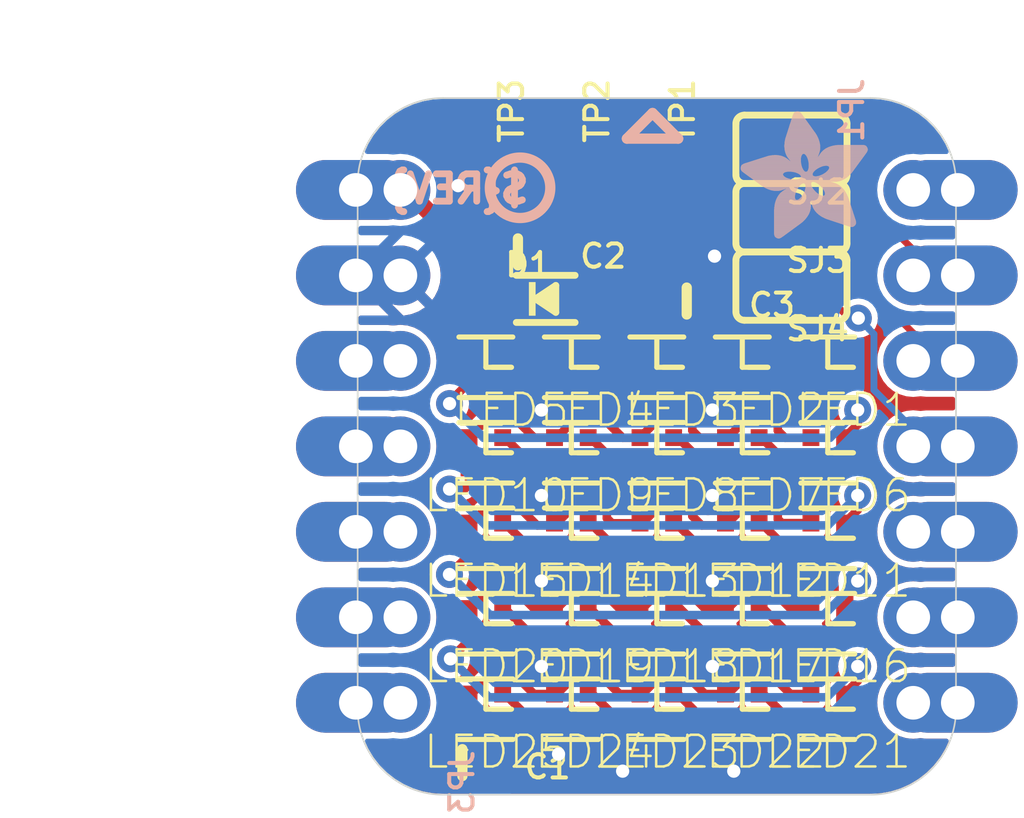
<source format=kicad_pcb>
(kicad_pcb (version 20221018) (generator pcbnew)
  (layers (0 "F.Cu" signal) (1 "In1.Cu" signal) (2 "In2.Cu" signal) (3 "In3.Cu" signal) (4 "In4.Cu" signal) (5 "In5.Cu" signal) (6 "In6.Cu" signal) (7 "In7.Cu" signal) (8 "In8.Cu" signal) (9 "In9.Cu" signal) (10 "In10.Cu" signal) (11 "In11.Cu" signal) (12 "In12.Cu" signal) (13 "In13.Cu" signal) (14 "In14.Cu" signal) (31 "B.Cu" signal) (34 "B.Paste" user) (35 "F.Paste" user) (36 "B.SilkS" user "B.Silkscreen") (37 "F.SilkS" user "F.Silkscreen") (38 "B.Mask" user) (39 "F.Mask" user) (44 "Edge.Cuts" user))
  (net 0 "")
  (net 1 "GND")
  (net 2 "3.3V")
  (net 3 "A0")
  (net 4 "A1")
  (net 5 "TX_A6")
  (net 6 "RX_A7")
  (net 7 "MOSI")
  (net 8 "MISO")
  (net 9 "SCK")
  (net 10 "A2")
  (net 11 "A3")
  (net 12 "SDA")
  (net 13 "SCL")
  (net 14 "+5V")
  (net 15 "N$1")
  (net 16 "N$2")
  (net 17 "N$3")
  (net 18 "N$4")
  (net 19 "N$5")
  (net 20 "N$6")
  (net 21 "N$7")
  (net 22 "N$8")
  (net 23 "N$9")
  (net 24 "N$10")
  (net 25 "N$11")
  (net 26 "N$12")
  (net 27 "N$13")
  (net 28 "N$14")
  (net 29 "N$15")
  (net 30 "N$16")
  (net 31 "N$17")
  (net 32 "N$18")
  (net 33 "N$19")
  (net 34 "N$20")
  (net 35 "N$21")
  (net 36 "N$22")
  (net 37 "N$23")
  (net 38 "N$24")
  (net 39 "N$26")
  (net 40 "N$25")
  (footprint "working:SK6805_1515" (layer "F.Cu") (at 148.5011 102.6541 180)
    (fp_text reference "LED3")
    (fp_text value "WS2812B_SK6805_1515")
  )
  (footprint "working:TESTPOINT_PLUS_1X3MM" (layer "F.Cu") (at 146.5961 96.9391 90)
    (fp_text reference "TP2")
    (fp_text value "")
  )
  (footprint "working:SK6805_1515" (layer "F.Cu") (at 148.5011 107.7341 180)
    (fp_text reference "LED13")
    (fp_text value "WS2812B_SK6805_1515")
  )
  (footprint "working:SK6805_1515" (layer "F.Cu") (at 153.5811 102.6541 180)
    (fp_text reference "LED1")
    (fp_text value "WS2812B_SK6805_1515")
  )
  (footprint "working:0603-NO" (layer "F.Cu") (at 149.3901 100.6856)
    (fp_text reference "C3")
    (fp_text value "10uF")
  )
  (footprint "working:SK6805_1515" (layer "F.Cu") (at 151.0411 110.2741 180)
    (fp_text reference "LED17")
    (fp_text value "WS2812B_SK6805_1515")
  )
  (footprint "working:SK6805_1515" (layer "F.Cu") (at 143.4211 110.2741 180)
    (fp_text reference "LED20")
    (fp_text value "WS2812B_SK6805_1515")
  )
  (footprint "working:PLABEL3" (layer "F.Cu") (at 149.1996 114.4651)
    (fp_text reference "PLABEL3" hide)
    (fp_text value "" hide)
  )
  (footprint "working:TESTPOINT_RECT_1X3MM" (layer "F.Cu") (at 149.1361 96.9391 90)
    (fp_text reference "TP1")
    (fp_text value "")
  )
  (footprint "working:FIDUCIAL_1MM" (layer "F.Cu") (at 142.0241 95.6691)
    (fp_text reference "U$8" hide)
    (fp_text value "FIDUCIAL_1MM" hide)
  )
  (footprint "working:PLABEL5" (layer "F.Cu") (at 154.7241 98.0821 90)
    (fp_text reference "PLABEL5" hide)
    (fp_text value "" hide)
  )
  (footprint "working:FIDUCIAL_1MM" (layer "F.Cu") (at 155.3083 114.3381)
    (fp_text reference "U$6" hide)
    (fp_text value "FIDUCIAL_1MM" hide)
  )
  (footprint "working:SK6805_1515" (layer "F.Cu") (at 143.4211 105.1941 180)
    (fp_text reference "LED10")
    (fp_text value "WS2812B_SK6805_1515")
  )
  (footprint "working:SK6805_1515" (layer "F.Cu") (at 148.5011 105.1941 180)
    (fp_text reference "LED8")
    (fp_text value "WS2812B_SK6805_1515")
  )
  (footprint "working:SK6805_1515" (layer "F.Cu") (at 143.4211 107.7341 180)
    (fp_text reference "LED15")
    (fp_text value "WS2812B_SK6805_1515")
  )
  (footprint "working:SK6805_1515" (layer "F.Cu") (at 151.0411 112.8141 180)
    (fp_text reference "LED22")
    (fp_text value "WS2812B_SK6805_1515")
  )
  (footprint "working:SK6805_1515" (layer "F.Cu") (at 153.5811 105.1941 180)
    (fp_text reference "LED6")
    (fp_text value "WS2812B_SK6805_1515")
  )
  (footprint "working:SOD-123" (layer "F.Cu") (at 145.1991 100.6221)
    (fp_text reference "D1")
    (fp_text value "MBR120")
  )
  (footprint "working:SK6805_1515" (layer "F.Cu") (at 143.4211 112.8141 180)
    (fp_text reference "LED25")
    (fp_text value "WS2812B_SK6805_1515")
  )
  (footprint "working:PLABEL4" (layer "F.Cu") (at 154.8511 95.8596 90)
    (fp_text reference "PLABEL4" hide)
    (fp_text value "" hide)
  )
  (footprint "working:SK6805_1515" (layer "F.Cu") (at 148.5011 110.2741 180)
    (fp_text reference "LED18")
    (fp_text value "WS2812B_SK6805_1515")
  )
  (footprint "working:SK6805_1515" (layer "F.Cu") (at 143.4211 102.6541 180)
    (fp_text reference "LED5")
    (fp_text value "WS2812B_SK6805_1515")
  )
  (footprint "working:SK6805_1515" (layer "F.Cu") (at 145.9611 105.1941 180)
    (fp_text reference "LED9")
    (fp_text value "WS2812B_SK6805_1515")
  )
  (footprint "working:SK6805_1515" (layer "F.Cu") (at 153.5811 110.2741 180)
    (fp_text reference "LED16")
    (fp_text value "WS2812B_SK6805_1515")
  )
  (footprint "working:SK6805_1515" (layer "F.Cu") (at 151.0411 102.6541 180)
    (fp_text reference "LED2")
    (fp_text value "WS2812B_SK6805_1515")
  )
  (footprint "working:SK6805_1515" (layer "F.Cu") (at 151.0411 105.1941 180)
    (fp_text reference "LED7")
    (fp_text value "WS2812B_SK6805_1515")
  )
  (footprint "working:SOLDERJUMPER_ARROW_NOPASTE" (layer "F.Cu") (at 152.5016 98.2091 180)
    (fp_text reference "SJ3")
    (fp_text value "")
  )
  (footprint "working:SK6805_1515" (layer "F.Cu") (at 145.9611 110.2741 180)
    (fp_text reference "LED19")
    (fp_text value "WS2812B_SK6805_1515")
  )
  (footprint "working:PLABEL0" (layer "F.Cu") (at 155.1686 100.8761 90)
    (fp_text reference "PLABEL0" hide)
    (fp_text value "" hide)
  )
  (footprint "working:SK6805_1515" (layer "F.Cu") (at 145.9611 112.8141 180)
    (fp_text reference "LED24")
    (fp_text value "WS2812B_SK6805_1515")
  )
  (footprint "working:SK6805_1515" (layer "F.Cu") (at 145.9611 102.6541 180)
    (fp_text reference "LED4")
    (fp_text value "WS2812B_SK6805_1515")
  )
  (footprint "working:SOLDERJUMPER_ARROW_NOPASTE" (layer "F.Cu") (at 152.5016 96.1771 180)
    (fp_text reference "SJ2")
    (fp_text value "")
  )
  (footprint "working:SOLDERJUMPER_CLOSEDWIRE" (layer "F.Cu") (at 152.5016 100.2411 180)
    (fp_text reference "SJ4")
    (fp_text value "")
  )
  (footprint "working:SK6805_1515" (layer "F.Cu") (at 153.5811 107.7341 180)
    (fp_text reference "LED11")
    (fp_text value "WS2812B_SK6805_1515")
  )
  (footprint "working:0603-NO" (layer "F.Cu") (at 142.7226 114.4016)
    (fp_text reference "C1")
    (fp_text value "10uF")
  )
  (footprint "working:SK6805_1515" (layer "F.Cu") (at 145.9611 107.7341 180)
    (fp_text reference "LED14")
    (fp_text value "WS2812B_SK6805_1515")
  )
  (footprint "working:SK6805_1515" (layer "F.Cu") (at 153.5811 112.8141 180)
    (fp_text reference "LED21")
    (fp_text value "WS2812B_SK6805_1515")
  )
  (footprint "working:SK6805_1515" (layer "F.Cu") (at 151.0411 107.7341 180)
    (fp_text reference "LED12")
    (fp_text value "WS2812B_SK6805_1515")
  )
  (footprint "working:0603-NO" (layer "F.Cu") (at 144.3736 99.2251)
    (fp_text reference "C2")
    (fp_text value "10uF")
  )
  (footprint "working:PLABEL2" (layer "F.Cu") (at 149.0091 99.1616 90)
    (fp_text reference "PLABEL2" hide)
    (fp_text value "" hide)
  )
  (footprint "working:TESTPOINT_MINUS_1X3MM" (layer "F.Cu") (at 144.0561 96.9391 90)
    (fp_text reference "TP3")
    (fp_text value "")
  )
  (footprint "working:SK6805_1515" (layer "F.Cu") (at 148.5011 112.8141 180)
    (fp_text reference "LED23")
    (fp_text value "WS2812B_SK6805_1515")
  )
  (footprint "working:ADAFRUIT_3.5MM" (layer "B.Cu") (at 154.7876 98.8441 180)
    (fp_text reference "E$3" hide)
    (fp_text value "" hide)
  )
  (footprint "working:1X07_CASTEL" (layer "B.Cu") (at 140.8811 105.0036 90)
    (fp_text reference "JP3")
    (fp_text value "")
  )
  (footprint "working:PCBFEAT-REV-040" (layer "B.Cu") (at 144.4371 97.3201 180)
    (fp_text reference "E$1" hide)
    (fp_text value "" hide)
  )
  (footprint "working:PLABEL8" (layer "B.Cu") (at 148.4376 105.0036 180)
    (fp_text reference "PLABEL8" hide)
    (fp_text value "" hide)
  )
  (footprint "working:PLABEL7" (layer "B.Cu") (at 148.4376 97.5741 180)
    (fp_text reference "PLABEL7" hide)
    (fp_text value "" hide)
  )
  (footprint "working:1X07_CASTEL" (layer "B.Cu") (at 156.1211 105.0036 -90)
    (fp_text reference "JP1")
    (fp_text value "")
  )
  (gr_line (start 147.6121 95.8596) (end 148.3741 95.0976) (stroke (width 0.3048)) (layer "B.SilkS"))
  (gr_line (start 148.3741 95.0976) (end 149.1361 95.8596) (stroke (width 0.3048)) (layer "B.SilkS"))
  (gr_line (start 149.1361 95.8596) (end 147.6121 95.8596) (stroke (width 0.3048)) (layer "B.SilkS"))
  (gr_line (start 139.6111 112.8141) (end 139.6111 97.1931) (stroke (width 0.05)) (layer "Edge.Cuts"))
  (gr_line (start 142.1511 94.6531) (end 154.8511 94.6531) (stroke (width 0.05)) (layer "Edge.Cuts"))
  (gr_arc (start 157.3911 112.8141) (mid 156.647151 114.610151) (end 154.8511 115.3541) (stroke (width 0.05)) (layer "Edge.Cuts"))
  (gr_line (start 157.3911 97.1931) (end 157.3911 112.8141) (stroke (width 0.05)) (layer "Edge.Cuts"))
  (gr_line (start 154.8511 115.3541) (end 142.1511 115.3541) (stroke (width 0.05)) (layer "Edge.Cuts"))
  (gr_arc (start 139.6111 97.1931) (mid 140.355049 95.397049) (end 142.1511 94.6531) (stroke (width 0.05)) (layer "Edge.Cuts"))
  (gr_arc (start 154.8511 94.6531) (mid 156.647151 95.397049) (end 157.3911 97.1931) (stroke (width 0.05)) (layer "Edge.Cuts"))
  (gr_arc (start 142.1511 115.3541) (mid 140.355049 114.610151) (end 139.6111 112.8141) (stroke (width 0.05)) (layer "Edge.Cuts"))
  (segment (start 153.4541 103.7971) (end 153.2001 103.7971) (width 0.254) (layer "F.Cu") (net 1))
  (segment (start 153.5151 106.2101) (end 152.9461 106.2101) (width 0.254) (layer "F.Cu") (net 1))
  (segment (start 153.4882 111.317) (end 152.134 111.317) (width 0.254) (layer "F.Cu") (net 1))
  (segment (start 150.2401 100.6856) (end 150.2401 99.3766) (width 0.254) (layer "F.Cu") (net 1))
  (segment (start 154.0811 110.7241) (end 153.4882 111.317) (width 0.254) (layer "F.Cu") (net 1))
  (segment (start 143.5726 114.4016) (end 143.9211 114.0531) (width 0.254) (layer "F.Cu") (net 1))
  (segment (start 154.0811 110.7901) (end 153.4541 111.4171) (width 0.254) (layer "F.Cu") (net 1))
  (segment (start 144.264 96.297) (end 144.1061 96.1391) (width 0.508) (layer "F.Cu") (net 1))
  (segment (start 154.0811 108.1841) (end 153.5151 108.7501) (width 0.254) (layer "F.Cu") (net 1))
  (segment (start 139.557125 99.9236) (end 140.8811 99.9236) (width 0.254) (layer "F.Cu") (net 1))
  (segment (start 154.0811 103.1041) (end 153.5811 103.6041) (width 0.254) (layer "F.Cu") (net 1))
  (segment (start 143.4846 96.2526) (end 143.4846 97.1296) (width 0.254) (layer "F.Cu") (net 1))
  (segment (start 144.1061 96.1391) (end 143.5981 96.1391) (width 0.254) (layer "F.Cu") (net 1))
  (segment (start 143.5981 96.1391) (end 143.4846 96.2526) (width 0.254) (layer "F.Cu") (net 1))
  (segment (start 153.5811 103.6701) (end 153.4541 103.7971) (width 0.254) (layer "F.Cu") (net 1))
  (segment (start 142.5956 97.2566) (end 143.3576 97.2566) (width 0.254) (layer "F.Cu") (net 1))
  (segment (start 144.5006 96.520507) (end 144.277093 96.297) (width 0.508) (layer "F.Cu") (net 1))
  (segment (start 153.5151 108.7501) (end 153.2001 108.7501) (width 0.254) (layer "F.Cu") (net 1))
  (segment (start 154.0811 110.7241) (end 154.0811 110.7901) (width 0.254) (layer "F.Cu") (net 1))
  (segment (start 144.277093 96.297) (end 144.264 96.297) (width 0.508) (layer "F.Cu") (net 1))
  (segment (start 144.5006 97.8916) (end 144.5006 96.520507) (width 0.508) (layer "F.Cu") (net 1))
  (segment (start 153.5811 103.6041) (end 153.5811 103.6701) (width 0.254) (layer "F.Cu") (net 1))
  (segment (start 143.4846 97.1296) (end 143.3576 97.2566) (width 0.254) (layer "F.Cu") (net 1))
  (segment (start 145.2236 98.6146) (end 144.5006 97.8916) (width 0.508) (layer "F.Cu") (net 1))
  (segment (start 145.2236 99.2251) (end 145.2236 98.6146) (width 0.508) (layer "F.Cu") (net 1))
  (segment (start 154.0811 105.6441) (end 153.5151 106.2101) (width 0.254) (layer "F.Cu") (net 1))
  (segment (start 152.134 111.317) (end 151.5411 110.7241) (width 0.254) (layer "F.Cu") (net 1))
  (segment (start 143.9211 114.0531) (end 143.9211 113.2641) (width 0.254) (layer "F.Cu") (net 1))
  (segment (start 150.2401 99.3766) (end 150.2156 99.3521) (width 0.254) (layer "F.Cu") (net 1))
  (via (at 145.0721 111.5441) (size 0.8001) (drill 0.3937) (layers "F.Cu" "B.Cu") (net 1))
  (via (at 145.5801 114.1476) (size 0.8001) (drill 0.3937) (layers "F.Cu" "B.Cu") (net 1))
  (via (at 147.4851 114.6556) (size 0.8001) (drill 0.3937) (layers "F.Cu" "B.Cu") (net 1))
  (via (at 150.1521 106.4641) (size 0.8001) (drill 0.3937) (layers "F.Cu" "B.Cu") (net 1))
  (via (at 150.1521 103.9241) (size 0.8001) (drill 0.3937) (layers "F.Cu" "B.Cu") (net 1))
  (via (at 145.0721 106.4641) (size 0.8001) (drill 0.3937) (layers "F.Cu" "B.Cu") (net 1))
  (via (at 150.1521 111.5441) (size 0.8001) (drill 0.3937) (layers "F.Cu" "B.Cu") (net 1))
  (via (at 142.5956 97.2566) (size 0.8001) (drill 0.3937) (layers "F.Cu" "B.Cu") (net 1))
  (via (at 145.0721 103.9241) (size 0.8001) (drill 0.3937) (layers "F.Cu" "B.Cu") (net 1))
  (via (at 150.2156 99.3521) (size 0.8001) (drill 0.3937) (layers "F.Cu" "B.Cu") (net 1))
  (via (at 145.0721 109.0041) (size 0.8001) (drill 0.3937) (layers "F.Cu" "B.Cu") (net 1))
  (via (at 150.7871 114.6556) (size 0.8001) (drill 0.3937) (layers "F.Cu" "B.Cu") (net 1))
  (via (at 150.1521 109.0041) (size 0.8001) (drill 0.3937) (layers "F.Cu" "B.Cu") (net 1))
  (segment (start 145.5166 99.3521) (end 145.4531 99.2886) (width 0.254) (layer "B.Cu") (net 1))
  (segment (start 150.2156 99.3521) (end 145.5166 99.3521) (width 0.254) (layer "B.Cu") (net 1))
  (segment (start 139.557125 102.4636) (end 140.8811 102.4636) (width 0.254) (layer "F.Cu") (net 2))
  (segment (start 157.445075 97.3836) (end 156.1211 97.3836) (width 0.254) (layer "F.Cu") (net 3))
  (segment (start 153.5176 96.1771) (end 153.8351 96.1771) (width 0.2032) (layer "F.Cu") (net 4))
  (segment (start 157.445075 99.9236) (end 156.1211 99.9236) (width 0.254) (layer "F.Cu") (net 4))
  (segment (start 156.1211 99.1616) (end 156.1211 99.9236) (width 0.2032) (layer "F.Cu") (net 4))
  (segment (start 153.8351 96.1771) (end 154.9146 97.2566) (width 0.2032) (layer "F.Cu") (net 4))
  (segment (start 154.9146 97.2566) (end 154.9146 97.9551) (width 0.2032) (layer "F.Cu") (net 4))
  (segment (start 156.1211 99.1616) (end 154.9146 97.9551) (width 0.2032) (layer "F.Cu") (net 4))
  (segment (start 157.445075 112.6236) (end 156.1211 112.6236) (width 0.254) (layer "F.Cu") (net 5))
  (segment (start 139.557125 112.6236) (end 140.8811 112.6236) (width 0.254) (layer "F.Cu") (net 6))
  (segment (start 139.557125 105.0036) (end 140.8811 105.0036) (width 0.254) (layer "F.Cu") (net 7))
  (segment (start 139.557125 107.5436) (end 140.8811 107.5436) (width 0.254) (layer "F.Cu") (net 8))
  (segment (start 139.557125 110.0836) (end 140.8811 110.0836) (width 0.254) (layer "F.Cu") (net 9))
  (segment (start 154.4066 98.2091) (end 154.9146 98.7171) (width 0.2032) (layer "F.Cu") (net 10))
  (segment (start 154.9146 100.4316) (end 156.1211 101.6381) (width 0.2032) (layer "F.Cu") (net 10))
  (segment (start 157.445075 102.4636) (end 156.1211 102.4636) (width 0.254) (layer "F.Cu") (net 10))
  (segment (start 156.1211 101.6381) (end 156.1211 102.4636) (width 0.2032) (layer "F.Cu") (net 10))
  (segment (start 154.9146 98.7171) (end 154.9146 100.4316) (width 0.2032) (layer "F.Cu") (net 10))
  (segment (start 153.5176 98.2091) (end 154.4066 98.2091) (width 0.2032) (layer "F.Cu") (net 10))
  (segment (start 153.2636 100.2411) (end 154.2161 101.1936) (width 0.2032) (layer "F.Cu") (net 11))
  (segment (start 157.445075 105.0036) (end 156.1211 105.0036) (width 0.254) (layer "F.Cu") (net 11))
  (segment (start 154.48915 101.1936) (end 154.2161 101.1936) (width 0.2032) (layer "F.Cu") (net 11))
  (via (at 154.48915 101.1936) (size 0.8001) (drill 0.3937) (layers "F.Cu" "B.Cu") (net 11))
  (segment (start 154.9527 103.3272) (end 156.1211 104.4956) (width 0.2032) (layer "B.Cu") (net 11))
  (segment (start 154.48915 101.1936) (end 154.795987 101.500438) (width 0.2032) (layer "B.Cu") (net 11))
  (segment (start 154.795987 101.500438) (end 154.795987 101.5111) (width 0.2032) (layer "B.Cu") (net 11))
  (segment (start 154.9527 101.667813) (end 154.9527 103.3272) (width 0.2032) (layer "B.Cu") (net 11))
  (segment (start 154.795987 101.5111) (end 154.9527 101.667813) (width 0.2032) (layer "B.Cu") (net 11))
  (segment (start 156.1211 104.4956) (end 156.1211 105.0036) (width 0.2032) (layer "B.Cu") (net 11))
  (segment (start 157.445075 107.5436) (end 156.1211 107.5436) (width 0.254) (layer "F.Cu") (net 12))
  (segment (start 157.445075 110.0836) (end 156.1211 110.0836) (width 0.254) (layer "F.Cu") (net 13))
  (segment (start 142.0749 108.038094) (end 141.502996 108.609997) (width 0.254) (layer "F.Cu") (net 14))
  (segment (start 148.0011 112.3641) (end 148.07005 112.3641) (width 0.254) (layer "F.Cu") (net 14))
  (segment (start 146.83735 106.7293) (end 147.0159 106.90785) (width 0.254) (layer "F.Cu") (net 14))
  (segment (start 148.0011 109.8241) (end 148.07005 109.8241) (width 0.254) (layer "F.Cu") (net 14))
  (segment (start 142.0749 105.498094) (end 142.0749 104.8131) (width 0.254) (layer "F.Cu") (net 14))
  (segment (start 142.0749 109.589107) (end 142.0749 109.8296) (width 0.254) (layer "F.Cu") (net 14))
  (segment (start 142.8521 104.8131) (end 142.0749 104.8131) (width 0.254) (layer "F.Cu") (net 14))
  (segment (start 151.16485 106.7293) (end 151.91735 106.7293) (width 0.254) (layer "F.Cu") (net 14))
  (segment (start 150.5411 109.8241) (end 150.61005 109.8241) (width 0.254) (layer "F.Cu") (net 14))
  (segment (start 152.0959 104.36785) (end 152.0959 104.5344) (width 0.254) (layer "F.Cu") (net 14))
  (segment (start 147.39215 112.3641) (end 148.0011 112.3641) (width 0.254) (layer "F.Cu") (net 14))
  (segment (start 144.29735 104.1893) (end 144.85215 104.7441) (width 0.254) (layer "F.Cu") (net 14))
  (segment (start 142.0749 107.318407) (end 142.0749 108.038094) (width 0.254) (layer "F.Cu") (net 14))
  (segment (start 144.29735 111.8093) (end 144.85215 112.3641) (width 0.254) (layer "F.Cu") (net 14))
  (segment (start 141.8726 113.7276) (end 142.3663 113.2339) (width 0.254) (layer "F.Cu") (net 14))
  (segment (start 151.91735 106.7293) (end 152.0959 106.90785) (width 0.254) (layer "F.Cu") (net 14))
  (segment (start 148.0011 101.6461) (end 147.9931 101.6381) (width 0.254) (layer "F.Cu") (net 14))
  (segment (start 146.08485 106.7293) (end 146.83735 106.7293) (width 0.254) (layer "F.Cu") (net 14))
  (segment (start 144.29735 109.2693) (end 144.85215 109.8241) (width 0.254) (layer "F.Cu") (net 14))
  (segment (start 143.3491 99.3996) (end 143.3491 100.6221) (width 0.508) (layer "F.Cu") (net 14))
  (segment (start 144.85215 109.8241) (end 145.4611 109.8241) (width 0.254) (layer "F.Cu") (net 14))
  (segment (start 145.53005 112.3641) (end 146.08485 111.8093) (width 0.254) (layer "F.Cu") (net 14))
  (segment (start 146.08485 109.2693) (end 146.83735 109.2693) (width 0.254) (layer "F.Cu") (net 14))
  (segment (start 141.502996 106.477204) (end 141.502996 106.069997) (width 0.254) (layer "F.Cu") (net 14))
  (segment (start 150.61005 107.2841) (end 151.16485 106.7293) (width 0.254) (layer "F.Cu") (net 14))
  (segment (start 143.54485 106.7293) (end 144.3213 106.7293) (width 0.254) (layer "F.Cu") (net 14))
  (segment (start 148.4376 101.6381) (end 148.5401 101.5356) (width 0.254) (layer "F.Cu") (net 14))
  (segment (start 152.47215 112.3641) (end 153.0811 112.3641) (width 0.254) (layer "F.Cu") (net 14))
  (segment (start 142.9211 109.8241) (end 142.0804 109.8241) (width 0.254) (layer "F.Cu") (net 14))
  (segment (start 145.4611 112.3641) (end 145.53005 112.3641) (width 0.254) (layer "F.Cu") (net 14))
  (segment (start 145.4611 104.7441) (end 145.53005 104.7441) (width 0.254) (layer "F.Cu") (net 14))
  (segment (start 150.5411 112.3641) (end 150.61005 112.3641) (width 0.254) (layer "F.Cu") (net 14))
  (segment (start 142.109206 107.2841) (end 142.0749 107.318407) (width 0.254) (layer "F.Cu") (net 14))
  (segment (start 144.85215 104.7441) (end 145.4611 104.7441) (width 0.254) (layer "F.Cu") (net 14))
  (segment (start 142.9211 107.2841) (end 142.109206 107.2841) (width 0.254) (layer "F.Cu") (net 14))
  (segment (start 150.61005 112.3641) (end 151.16485 111.8093) (width 0.254) (layer "F.Cu") (net 14))
  (segment (start 143.54485 111.8093) (end 144.29735 111.8093) (width 0.254) (layer "F.Cu") (net 14))
  (segment (start 151.91735 111.8093) (end 152.47215 112.3641) (width 0.254) (layer "F.Cu") (net 14))
  (segment (start 153.0756 104.7496) (end 153.0811 104.7441) (width 0.254) (layer "F.Cu") (net 14))
  (segment (start 152.0959 106.90785) (end 152.0959 107.164738) (width 0.254) (layer "F.Cu") (net 14))
  (segment (start 149.5559 104.5344) (end 149.7656 104.7441) (width 0.254) (layer "F.Cu") (net 14))
  (segment (start 150.61005 109.8241) (end 151.16485 109.2693) (width 0.254) (layer "F.Cu") (net 14))
  (segment (start 145.5801 101.6381) (end 147.9931 101.6381) (width 0.254) (layer "F.Cu") (net 14))
  (segment (start 149.5559 104.36785) (end 149.5559 104.5344) (width 0.254) (layer "F.Cu") (net 14))
  (segment (start 141.471246 111.499247) (end 142.3361 112.3641) (width 0.254) (layer "F.Cu") (net 14))
  (segment (start 150.5411 102.2041) (end 150.5411 101.6461) (width 0.254) (layer "F.Cu") (net 14))
  (segment (start 145.4611 102.2041) (end 145.4611 101.7571) (width 0.254) (layer "F.Cu") (net 14))
  (segment (start 147.0159 106.90785) (end 147.0159 107.1379) (width 0.254) (layer "F.Cu") (net 14))
  (segment (start 142.9211 102.2041) (end 142.9211 101.6381) (width 0.254) (layer "F.Cu") (net 14))
  (segment (start 142.0749 110.578094) (end 141.471246 111.181747) (width 0.254) (layer "F.Cu") (net 14))
  (segment (start 141.0716 97.3836) (end 140.8811 97.3836) (width 0.508) (layer "F.Cu") (net 14))
  (segment (start 150.61005 104.7441) (end 151.16485 104.1893) (width 0.254) (layer "F.Cu") (net 14))
  (segment (start 142.9211 109.8241) (end 142.99005 109.8241) (width 0.254) (layer "F.Cu") (net 14))
  (segment (start 141.8726 114.4016) (end 141.8726 113.7276) (width 0.254) (layer "F.Cu") (net 14))
  (segment (start 143.4759 104.1893) (end 144.29735 104.1893) (width 0.254) (layer "F.Cu") (net 14))
  (segment (start 151.91735 104.1893) (end 152.0959 104.36785) (width 0.254) (layer "F.Cu") (net 14))
  (segment (start 147.4851 104.7496) (end 147.9956 104.7496) (width 0.254) (layer "F.Cu") (net 14))
  (segment (start 142.9211 112.3641) (end 142.99005 112.3641) (width 0.254) (layer "F.Cu") (net 14))
  (segment (start 139.557125 97.3836) (end 141.0716 97.3836) (width 0.254) (layer "F.Cu") (net 14))
  (segment (start 149.5559 106.90785) (end 149.5559 107.0744) (width 0.254) (layer "F.Cu") (net 14))
  (segment (start 145.53005 109.8241) (end 146.08485 109.2693) (width 0.254) (layer "F.Cu") (net 14))
  (segment (start 152.3111 104.7496) (end 153.0756 104.7496) (width 0.254) (layer "F.Cu") (net 14))
  (segment (start 150.5411 104.7441) (end 150.61005 104.7441) (width 0.254) (layer "F.Cu") (net 14))
  (segment (start 148.62485 111.8093) (end 149.37735 111.8093) (width 0.254) (layer "F.Cu") (net 14))
  (segment (start 152.0959 107.164738) (end 152.215262 107.2841) (width 0.254) (layer "F.Cu") (net 14))
  (segment (start 145.4611 107.2841) (end 145.53005 107.2841) (width 0.254) (layer "F.Cu") (net 14))
  (segment (start 149.93215 112.3641) (end 150.5411 112.3641) (width 0.254) (layer "F.Cu") (net 14))
  (segment (start 142.99005 109.8241) (end 143.54485 109.2693) (width 0.254) (layer "F.Cu") (net 14))
  (segment (start 147.9931 101.6381) (end 148.4376 101.6381) (width 0.254) (layer "F.Cu") (net 14))
  (segment (start 142.9211 101.6381) (end 142.9211 100.6221) (width 0.254) (layer "F.Cu") (net 14))
  (segment (start 144.3213 106.7293) (end 144.9451 107.3531) (width 0.254) (layer "F.Cu") (net 14))
  (segment (start 148.0011 107.2841) (end 148.07005 107.2841) (width 0.254) (layer "F.Cu") (net 14))
  (segment (start 146.08485 111.8093) (end 146.83735 111.8093) (width 0.254) (layer "F.Cu") (net 14))
  (segment (start 151.16485 109.2693) (end 151.91735 109.2693) (width 0.254) (layer "F.Cu") (net 14))
  (segment (start 148.0011 104.7441) (end 148.5559 104.1893) (width 0.254) (layer "F.Cu") (net 14))
  (segment (start 148.0011 102.2041) (end 148.0011 101.6461) (width 0.254) (layer "F.Cu") (net 14))
  (segment (start 145.4611 109.8241) (end 145.53005 109.8241) (width 0.254) (layer "F.Cu") (net 14))
  (segment (start 150.5331 101.6381) (end 151.9436 101.6381) (width 0.254) (layer "F.Cu") (net 14))
  (segment (start 150.5411 101.6461) (end 150.5331 101.6381) (width 0.254) (layer "F.Cu") (net 14))
  (segment (start 152.5096 102.2041) (end 151.9436 101.6381) (width 0.254) (layer "F.Cu") (net 14))
  (segment (start 141.502996 108.609997) (end 141.502996 109.017204) (width 0.254) (layer "F.Cu") (net 14))
  (segment (start 149.37735 104.1893) (end 149.5559 104.36785) (width 0.254) (layer "F.Cu") (net 14))
  (segment (start 152.5096 102.2041) (end 153.0811 102.2041) (width 0.254) (layer "F.Cu") (net 14))
  (segment (start 142.0749 109.8296) (end 142.0749 110.578094) (width 0.254) (layer "F.Cu") (net 14))
  (segment (start 147.9956 104.7496) (end 148.0011 104.7441) (width 0.254) (layer "F.Cu") (net 14))
  (segment (start 149.37735 106.7293) (end 149.5559 106.90785) (width 0.254) (layer "F.Cu") (net 14))
  (segment (start 145.53005 104.7441) (end 146.08485 104.1893) (width 0.254) (layer "F.Cu") (net 14))
  (segment (start 150.4721 107.3531) (end 150.5411 107.2841) (width 0.254) (layer "F.Cu") (net 14))
  (segment (start 148.07005 112.3641) (end 148.62485 111.8093) (width 0.254) (layer "F.Cu") (net 14))
  (segment (start 149.37735 111.8093) (end 149.93215 112.3641) (width 0.254) (layer "F.Cu") (net 14))
  (segment (start 151.91735 109.2693) (end 152.47215 109.8241) (width 0.254) (layer "F.Cu") (net 14))
  (segment (start 147.1676 107.2896) (end 147.9956 107.2896) (width 0.254) (layer "F.Cu") (net 14))
  (segment (start 152.47215 109.8241) (end 153.0811 109.8241) (width 0.254) (layer "F.Cu") (net 14))
  (segment (start 148.5559 104.1893) (end 149.37735 104.1893) (width 0.254) (layer "F.Cu") (net 14))
  (segment (start 148.62485 109.2693) (end 149.37735 109.2693) (width 0.254) (layer "F.Cu") (net 14))
  (segment (start 146.83735 111.8093) (end 147.39215 112.3641) (width 0.254) (layer "F.Cu") (net 14))
  (segment (start 142.9211 101.6381) (end 145.5801 101.6381) (width 0.254) (layer "F.Cu") (net 14))
  (segment (start 142.9211 100.6221) (end 143.3491 100.6221) (width 0.254) (layer "F.Cu") (net 14))
  (segment (start 142.9131 99.2251) (end 143.5236 99.2251) (width 0.508) (layer "F.Cu") (net 14))
  (segment (start 143.54485 109.2693) (end 144.29735 109.2693) (width 0.254) (layer "F.Cu") (net 14))
  (segment (start 142.9211 107.2841) (end 142.99005 107.2841) (width 0.254) (layer "F.Cu") (net 14))
  (segment (start 142.9211 112.3641) (end 142.3663 112.3641) (width 0.254) (layer "F.Cu") (net 14))
  (segment (start 145.3921 107.3531) (end 145.4611 107.2841) (width 0.254) (layer "F.Cu") (net 14))
  (segment (start 143.5236 99.2251) (end 143.3491 99.3996) (width 0.508) (layer "F.Cu") (net 14))
  (segment (start 148.07005 109.8241) (end 148.62485 109.2693) (width 0.254) (layer "F.Cu") (net 14))
  (segment (start 142.109206 107.2841) (end 142.0749 107.249794) (width 0.254) (layer "F.Cu") (net 14))
  (segment (start 152.215262 107.2841) (end 153.0811 107.2841) (width 0.254) (layer "F.Cu") (net 14))
  (segment (start 141.502996 109.017204) (end 142.0749 109.589107) (width 0.254) (layer "F.Cu") (net 14))
  (segment (start 147.9956 107.2896) (end 148.0011 107.2841) (width 0.254) (layer "F.Cu") (net 14))
  (segment (start 142.3361 112.3641) (end 142.3663 112.3641) (width 0.254) (layer "F.Cu") (net 14))
  (segment (start 148.07005 107.2841) (end 148.62485 106.7293) (width 0.254) (layer "F.Cu") (net 14))
  (segment (start 141.566496 104.000704) (end 141.566496 103.466497) (width 0.254) (layer "F.Cu") (net 14))
  (segment (start 141.566496 103.466497) (end 142.828893 102.2041) (width 0.254) (layer "F.Cu") (net 14))
  (segment (start 144.9451 107.3531) (end 145.3921 107.3531) (width 0.254) (layer "F.Cu") (net 14))
  (segment (start 150.5411 107.2841) (end 150.61005 107.2841) (width 0.254) (layer "F.Cu") (net 14))
  (segment (start 145.4611 101.7571) (end 145.5801 101.6381) (width 0.254) (layer "F.Cu") (net 14))
  (segment (start 144.85215 112.3641) (end 145.4611 112.3641) (width 0.254) (layer "F.Cu") (net 14))
  (segment (start 149.7656 104.7441) (end 150.5411 104.7441) (width 0.254) (layer "F.Cu") (net 14))
  (segment (start 141.471246 111.181747) (end 141.471246 111.499247) (width 0.254) (layer "F.Cu") (net 14))
  (segment (start 148.4376 101.6381) (end 150.5331 101.6381) (width 0.254) (layer "F.Cu") (net 14))
  (segment (start 142.828893 102.2041) (end 142.9211 102.2041) (width 0.254) (layer "F.Cu") (net 14))
  (segment (start 146.9248 104.1893) (end 147.4851 104.7496) (width 0.254) (layer "F.Cu") (net 14))
  (segment (start 151.16485 111.8093) (end 151.91735 111.8093) (width 0.254) (layer "F.Cu") (net 14))
  (segment (start 142.0749 104.509107) (end 141.566496 104.000704) (width 0.254) (layer "F.Cu") (net 14))
  (segment (start 149.37735 109.2693) (end 149.93215 109.8241) (width 0.254) (layer "F.Cu") (net 14))
  (segment (start 152.0959 104.5344) (end 152.3111 104.7496) (width 0.254) (layer "F.Cu") (net 14))
  (segment (start 147.0159 107.1379) (end 147.1676 107.2896) (width 0.254) (layer "F.Cu") (net 14))
  (segment (start 148.5401 101.5356) (end 148.5401 100.6856) (width 0.254) (layer "F.Cu") (net 14))
  (segment (start 142.0804 109.8241) (end 142.0749 109.8296) (width 0.254) (layer "F.Cu") (net 14))
  (segment (start 149.93215 109.8241) (end 150.5411 109.8241) (width 0.254) (layer "F.Cu") (net 14))
  (segment (start 149.8346 107.3531) (end 150.4721 107.3531) (width 0.254) (layer "F.Cu") (net 14))
  (segment (start 145.53005 107.2841) (end 146.08485 106.7293) (width 0.254) (layer "F.Cu") (net 14))
  (segment (start 141.502996 106.069997) (end 142.0749 105.498094) (width 0.254) (layer "F.Cu") (net 14))
  (segment (start 142.0749 107.049107) (end 141.502996 106.477204) (width 0.254) (layer "F.Cu") (net 14))
  (segment (start 151.16485 104.1893) (end 151.91735 104.1893) (width 0.254) (layer "F.Cu") (net 14))
  (segment (start 142.0749 107.249794) (end 142.0749 107.049107) (width 0.254) (layer "F.Cu") (net 14))
  (segment (start 142.99005 107.2841) (end 143.54485 106.7293) (width 0.254) (layer "F.Cu") (net 14))
  (segment (start 142.3663 112.3641) (end 142.3663 113.2339) (width 0.254) (layer "F.Cu") (net 14))
  (segment (start 141.0716 97.3836) (end 142.9131 99.2251) (width 0.508) (layer "F.Cu") (net 14))
  (segment (start 142.0749 104.8131) (end 142.0749 104.509107) (width 0.254) (layer "F.Cu") (net 14))
  (segment (start 146.08485 104.1893) (end 146.9248 104.1893) (width 0.254) (layer "F.Cu") (net 14))
  (segment (start 149.5559 107.0744) (end 149.8346 107.3531) (width 0.254) (layer "F.Cu") (net 14))
  (segment (start 142.99005 112.3641) (end 143.54485 111.8093) (width 0.254) (layer "F.Cu") (net 14))
  (segment (start 146.83735 109.2693) (end 147.39215 109.8241) (width 0.254) (layer "F.Cu") (net 14))
  (segment (start 142.9211 104.7441) (end 143.4759 104.1893) (width 0.254) (layer "F.Cu") (net 14))
  (segment (start 142.9211 104.7441) (end 142.8521 104.8131) (width 0.254) (layer "F.Cu") (net 14))
  (segment (start 147.39215 109.8241) (end 148.0011 109.8241) (width 0.254) (layer "F.Cu") (net 14))
  (segment (start 148.62485 106.7293) (end 149.37735 106.7293) (width 0.254) (layer "F.Cu") (net 14))
  (segment (start 151.5411 102.2041) (end 151.6046 102.2041) (width 0.254) (layer "F.Cu") (net 15))
  (segment (start 152.5046 103.1041) (end 153.0811 103.1041) (width 0.254) (layer "F.Cu") (net 15))
  (segment (start 152.5046 103.1041) (end 151.6046 102.2041) (width 0.254) (layer "F.Cu") (net 15))
  (segment (start 149.0011 102.2041) (end 149.1281 102.2041) (width 0.254) (layer "F.Cu") (net 16))
  (segment (start 150.0281 103.1041) (end 149.1281 102.2041) (width 0.254) (layer "F.Cu") (net 16))
  (segment (start 150.0281 103.1041) (end 150.5411 103.1041) (width 0.254) (layer "F.Cu") (net 16))
  (segment (start 147.4881 103.1041) (end 146.5881 102.2041) (width 0.254) (layer "F.Cu") (net 17))
  (segment (start 146.4611 102.2041) (end 146.5881 102.2041) (width 0.254) (layer "F.Cu") (net 17))
  (segment (start 147.4881 103.1041) (end 148.0011 103.1041) (width 0.254) (layer "F.Cu") (net 17))
  (segment (start 143.9211 102.2041) (end 144.0481 102.2041) (width 0.254) (layer "F.Cu") (net 18))
  (segment (start 144.9481 103.1041) (end 145.4611 103.1041) (width 0.254) (layer "F.Cu") (net 18))
  (segment (start 144.9481 103.1041) (end 144.0481 102.2041) (width 0.254) (layer "F.Cu") (net 18))
  (segment (start 151.5411 104.7441) (end 151.6046 104.7441) (width 0.254) (layer "F.Cu") (net 19))
  (segment (start 152.5046 105.6441) (end 151.6046 104.7441) (width 0.254) (layer "F.Cu") (net 19))
  (segment (start 152.5046 105.6441) (end 153.0811 105.6441) (width 0.254) (layer "F.Cu") (net 19))
  (segment (start 150.0281 105.6441) (end 150.5411 105.6441) (width 0.254) (layer "F.Cu") (net 20))
  (segment (start 150.0281 105.6441) (end 149.1281 104.7441) (width 0.254) (layer "F.Cu") (net 20))
  (segment (start 149.0011 104.7441) (end 149.1281 104.7441) (width 0.254) (layer "F.Cu") (net 20))
  (segment (start 146.4611 104.7441) (end 146.5246 104.7441) (width 0.254) (layer "F.Cu") (net 21))
  (segment (start 147.4246 105.6441) (end 148.0011 105.6441) (width 0.254) (layer "F.Cu") (net 21))
  (segment (start 147.4246 105.6441) (end 146.5246 104.7441) (width 0.254) (layer "F.Cu") (net 21))
  (segment (start 143.9211 104.7441) (end 143.9846 104.7441) (width 0.254) (layer "F.Cu") (net 22))
  (segment (start 144.8846 105.6441) (end 143.9846 104.7441) (width 0.254) (layer "F.Cu") (net 22))
  (segment (start 144.8846 105.6441) (end 145.4611 105.6441) (width 0.254) (layer "F.Cu") (net 22))
  (segment (start 151.5411 107.2841) (end 151.6046 107.2841) (width 0.254) (layer "F.Cu") (net 23))
  (segment (start 152.5046 108.1841) (end 153.0811 108.1841) (width 0.254) (layer "F.Cu") (net 23))
  (segment (start 152.5046 108.1841) (end 151.6046 107.2841) (width 0.254) (layer "F.Cu") (net 23))
  (segment (start 149.9646 108.1841) (end 150.5411 108.1841) (width 0.254) (layer "F.Cu") (net 24))
  (segment (start 149.0011 107.2841) (end 149.0646 107.2841) (width 0.254) (layer "F.Cu") (net 24))
  (segment (start 149.9646 108.1841) (end 149.0646 107.2841) (width 0.254) (layer "F.Cu") (net 24))
  (segment (start 147.4246 108.1841) (end 146.5246 107.2841) (width 0.254) (layer "F.Cu") (net 25))
  (segment (start 146.4611 107.2841) (end 146.5246 107.2841) (width 0.254) (layer "F.Cu") (net 25))
  (segment (start 147.4246 108.1841) (end 148.0011 108.1841) (width 0.254) (layer "F.Cu") (net 25))
  (segment (start 144.8846 108.1841) (end 145.4611 108.1841) (width 0.254) (layer "F.Cu") (net 26))
  (segment (start 144.8846 108.1841) (end 143.9846 107.2841) (width 0.254) (layer "F.Cu") (net 26))
  (segment (start 143.9211 107.2841) (end 143.9846 107.2841) (width 0.254) (layer "F.Cu") (net 26))
  (segment (start 152.5681 110.7241) (end 153.0811 110.7241) (width 0.254) (layer "F.Cu") (net 27))
  (segment (start 152.5681 110.7241) (end 151.6681 109.8241) (width 0.254) (layer "F.Cu") (net 27))
  (segment (start 151.5411 109.8241) (end 151.6681 109.8241) (width 0.254) (layer "F.Cu") (net 27))
  (segment (start 150.0916 110.7241) (end 150.5411 110.7241) (width 0.254) (layer "F.Cu") (net 28))
  (segment (start 149.0011 109.8241) (end 149.1916 109.8241) (width 0.254) (layer "F.Cu") (net 28))
  (segment (start 150.0916 110.7241) (end 149.1916 109.8241) (width 0.254) (layer "F.Cu") (net 28))
  (segment (start 147.4246 110.7241) (end 146.5246 109.8241) (width 0.254) (layer "F.Cu") (net 29))
  (segment (start 147.4246 110.7241) (end 148.0011 110.7241) (width 0.254) (layer "F.Cu") (net 29))
  (segment (start 146.4611 109.8241) (end 146.5246 109.8241) (width 0.254) (layer "F.Cu") (net 29))
  (segment (start 144.8846 110.7241) (end 145.4611 110.7241) (width 0.254) (layer "F.Cu") (net 30))
  (segment (start 143.9211 109.8241) (end 143.9846 109.8241) (width 0.254) (layer "F.Cu") (net 30))
  (segment (start 144.8846 110.7241) (end 143.9846 109.8241) (width 0.254) (layer "F.Cu") (net 30))
  (segment (start 151.5411 112.3641) (end 151.6681 112.3641) (width 0.254) (layer "F.Cu") (net 31))
  (segment (start 152.5681 113.2641) (end 151.6681 112.3641) (width 0.254) (layer "F.Cu") (net 31))
  (segment (start 152.5681 113.2641) (end 153.0811 113.2641) (width 0.254) (layer "F.Cu") (net 31))
  (segment (start 150.0281 113.2641) (end 150.5411 113.2641) (width 0.254) (layer "F.Cu") (net 32))
  (segment (start 149.0011 112.3641) (end 149.1281 112.3641) (width 0.254) (layer "F.Cu") (net 32))
  (segment (start 150.0281 113.2641) (end 149.1281 112.3641) (width 0.254) (layer "F.Cu") (net 32))
  (segment (start 147.4881 113.2641) (end 148.0011 113.2641) (width 0.254) (layer "F.Cu") (net 33))
  (segment (start 147.4881 113.2641) (end 146.5881 112.3641) (width 0.254) (layer "F.Cu") (net 33))
  (segment (start 146.4611 112.3641) (end 146.5881 112.3641) (width 0.254) (layer "F.Cu") (net 33))
  (segment (start 144.8846 113.2641) (end 143.9846 112.3641) (width 0.254) (layer "F.Cu") (net 34))
  (segment (start 143.9211 112.3641) (end 143.9846 112.3641) (width 0.254) (layer "F.Cu") (net 34))
  (segment (start 144.8846 113.2641) (end 145.4611 113.2641) (width 0.254) (layer "F.Cu") (net 34))
  (segment (start 154.4701 104.3551) (end 154.0811 104.7441) (width 0.254) (layer "F.Cu") (net 35))
  (segment (start 142.3416 103.6836) (end 142.3416 103.7336) (width 0.254) (layer "F.Cu") (net 35))
  (segment (start 154.4701 103.9241) (end 154.4701 104.3551) (width 0.254) (layer "F.Cu") (net 35))
  (segment (start 142.9211 103.1041) (end 142.3416 103.6836) (width 0.254) (layer "F.Cu") (net 35))
  (via (at 154.4701 103.9241) (size 0.8001) (drill 0.3937) (layers "F.Cu" "B.Cu") (net 35))
  (via (at 142.3416 103.7336) (size 0.8001) (drill 0.3937) (layers "F.Cu" "B.Cu") (net 35))
  (segment (start 153.6446 104.7496) (end 143.3576 104.7496) (width 0.254) (layer "B.Cu") (net 35))
  (segment (start 143.3576 104.7496) (end 142.3416 103.7336) (width 0.254) (layer "B.Cu") (net 35))
  (segment (start 154.4701 103.9241) (end 153.6446 104.7496) (width 0.254) (layer "B.Cu") (net 35))
  (segment (start 154.4701 106.8951) (end 154.0811 107.2841) (width 0.254) (layer "F.Cu") (net 36))
  (segment (start 142.9211 106.1386) (end 142.7861 106.2736) (width 0.254) (layer "F.Cu") (net 36))
  (segment (start 142.7861 106.2736) (end 142.3416 106.2736) (width 0.254) (layer "F.Cu") (net 36))
  (segment (start 154.4701 106.4641) (end 154.4701 106.8951) (width 0.254) (layer "F.Cu") (net 36))
  (segment (start 142.9211 105.6441) (end 142.9211 106.1386) (width 0.254) (layer "F.Cu") (net 36))
  (via (at 142.3416 106.2736) (size 0.8001) (drill 0.3937) (layers "F.Cu" "B.Cu") (net 36))
  (via (at 154.4701 106.4641) (size 0.8001) (drill 0.3937) (layers "F.Cu" "B.Cu") (net 36))
  (segment (start 154.4701 106.4641) (end 153.5811 107.3531) (width 0.254) (layer "B.Cu") (net 36))
  (segment (start 153.5811 107.3531) (end 143.4211 107.3531) (width 0.254) (layer "B.Cu") (net 36))
  (segment (start 143.4211 107.3531) (end 142.3416 106.2736) (width 0.254) (layer "B.Cu") (net 36))
  (segment (start 142.9211 108.1841) (end 142.9211 108.228213) (width 0.254) (layer "F.Cu") (net 37))
  (segment (start 154.2161 109.6891) (end 154.0811 109.8241) (width 0.254) (layer "F.Cu") (net 37))
  (segment (start 142.9211 108.228213) (end 142.338656 108.810657) (width 0.254) (layer "F.Cu") (net 37))
  (segment (start 154.4701 109.0041) (end 154.2161 109.2581) (width 0.254) (layer "F.Cu") (net 37))
  (segment (start 154.2161 109.2581) (end 154.2161 109.6891) (width 0.254) (layer "F.Cu") (net 37))
  (via (at 142.338656 108.810657) (size 0.8001) (drill 0.3937) (layers "F.Cu" "B.Cu") (net 37))
  (via (at 154.4701 109.0041) (size 0.8001) (drill 0.3937) (layers "F.Cu" "B.Cu") (net 37))
  (segment (start 154.4701 109.0041) (end 153.457043 110.017157) (width 0.254) (layer "B.Cu") (net 37))
  (segment (start 143.545156 110.017157) (end 142.338656 108.810657) (width 0.254) (layer "B.Cu") (net 37))
  (segment (start 153.457043 110.017157) (end 143.545156 110.017157) (width 0.254) (layer "B.Cu") (net 37))
  (segment (start 142.9211 110.7241) (end 142.9211 110.765713) (width 0.254) (layer "F.Cu") (net 38))
  (segment (start 154.4701 111.9751) (end 154.0811 112.3641) (width 0.254) (layer "F.Cu") (net 38))
  (segment (start 142.9211 110.765713) (end 142.369156 111.317657) (width 0.254) (layer "F.Cu") (net 38))
  (segment (start 154.4701 111.5441) (end 154.4701 111.9751) (width 0.254) (layer "F.Cu") (net 38))
  (via (at 142.369156 111.317657) (size 0.8001) (drill 0.3937) (layers "F.Cu" "B.Cu") (net 38))
  (via (at 154.4701 111.5441) (size 0.8001) (drill 0.3937) (layers "F.Cu" "B.Cu") (net 38))
  (segment (start 143.512156 112.460657) (end 142.369156 111.317657) (width 0.254) (layer "B.Cu") (net 38))
  (segment (start 154.4701 111.5441) (end 153.553543 112.460657) (width 0.254) (layer "B.Cu") (net 38))
  (segment (start 153.553543 112.460657) (end 143.512156 112.460657) (width 0.254) (layer "B.Cu") (net 38))
  (segment (start 147.2176 97.0916) (end 146.35235 97.95685) (width 0.254) (layer "F.Cu") (net 39))
  (segment (start 147.0491 98.6536) (end 147.0491 100.6221) (width 0.508) (layer "F.Cu") (net 39))
  (segment (start 146.6461 96.1391) (end 147.2176 96.7106) (width 0.254) (layer "F.Cu") (net 39))
  (segment (start 147.2176 96.7106) (end 147.2176 97.0916) (width 0.254) (layer "F.Cu") (net 39))
  (segment (start 147.0491 98.6536) (end 146.35235 97.95685) (width 0.508) (layer "F.Cu") (net 39))
  (segment (start 154.0811 102.2041) (end 153.5151 101.6381) (width 0.2032) (layer "F.Cu") (net 40))
  (segment (start 151.4856 98.2091) (end 151.4856 96.7486) (width 0.2032) (layer "F.Cu") (net 40))
  (segment (start 149.1361 96.9391) (end 151.2951 96.9391) (width 0.2032) (layer "F.Cu") (net 40))
  (segment (start 152.5651 101.6381) (end 151.4856 100.5586) (width 0.2032) (layer "F.Cu") (net 40))
  (segment (start 153.5151 101.6381) (end 152.5651 101.6381) (width 0.2032) (layer "F.Cu") (net 40))
  (segment (start 151.7396 100.2411) (end 151.7396 98.4631) (width 0.2032) (layer "F.Cu") (net 40))
  (segment (start 151.4856 100.5586) (end 151.7396 100.2411) (width 0.2032) (layer "F.Cu") (net 40))
  (segment (start 151.2951 96.9391) (end 151.4856 96.7486) (width 0.2032) (layer "F.Cu") (net 40))
  (segment (start 151.7396 98.4631) (end 151.4856 98.2091) (width 0.2032) (layer "F.Cu") (net 40))
  (segment (start 151.4856 96.7486) (end 151.4856 96.1771) (width 0.2032) (layer "F.Cu") (net 40))
  (zone (net 1) (net_name "GND") (layer "F.Cu") (priority 6) (connect_pads (clearance 0.000001)) (min_thickness 0.127) (fill yes (thermal_gap 0.304) (thermal_bridge_width 0.304))
    (polygon (pts (xy 157.5181 115.4811) (xy 139.4841 115.4811) (xy 139.4841 99.5426) (xy 157.5181 99.5426)))
  )
  (zone (net 1) (net_name "GND") (layer "B.Cu") (priority 6) (connect_pads (clearance 0.000001)) (min_thickness 0.127) (fill yes (thermal_gap 0.304) (thermal_bridge_width 0.304))
    (polygon (pts (xy 157.5181 115.4811) (xy 139.6111 115.4811) (xy 139.6111 94.5261) (xy 157.5181 94.5261)))
  )
)
</source>
